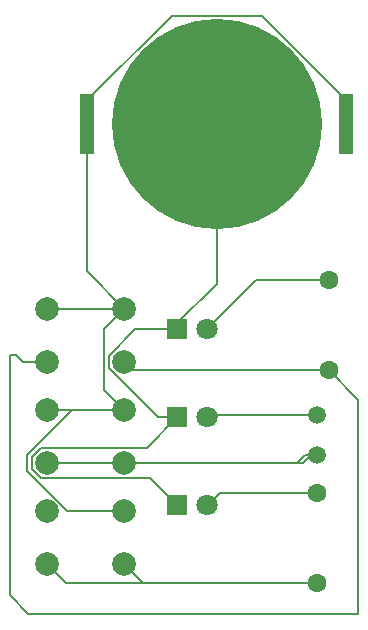
<source format=gbr>
%TF.GenerationSoftware,KiCad,Pcbnew,9.0.2*%
%TF.CreationDate,2025-06-18T19:46:59+03:00*%
%TF.ProjectId,solder_PCB,736f6c64-6572-45f5-9043-422e6b696361,rev?*%
%TF.SameCoordinates,Original*%
%TF.FileFunction,Copper,L1,Top*%
%TF.FilePolarity,Positive*%
%FSLAX46Y46*%
G04 Gerber Fmt 4.6, Leading zero omitted, Abs format (unit mm)*
G04 Created by KiCad (PCBNEW 9.0.2) date 2025-06-18 19:46:59*
%MOMM*%
%LPD*%
G01*
G04 APERTURE LIST*
%TA.AperFunction,ComponentPad*%
%ADD10R,1.800000X1.800000*%
%TD*%
%TA.AperFunction,ComponentPad*%
%ADD11C,1.800000*%
%TD*%
%TA.AperFunction,ComponentPad*%
%ADD12C,2.000000*%
%TD*%
%TA.AperFunction,SMDPad,CuDef*%
%ADD13C,17.800000*%
%TD*%
%TA.AperFunction,SMDPad,CuDef*%
%ADD14R,1.270000X5.080000*%
%TD*%
%TA.AperFunction,ComponentPad*%
%ADD15C,1.600000*%
%TD*%
%TA.AperFunction,ComponentPad*%
%ADD16C,1.500000*%
%TD*%
%TA.AperFunction,Conductor*%
%ADD17C,0.200000*%
%TD*%
G04 APERTURE END LIST*
D10*
%TO.P,D1,1,K*%
%TO.N,Net-(BT2--)*%
X150660000Y-103320000D03*
D11*
%TO.P,D1,2,A*%
%TO.N,Net-(D1-A)*%
X153200000Y-103320000D03*
%TD*%
D12*
%TO.P,SW1,1,1*%
%TO.N,Net-(BT2-+)*%
X139670000Y-101610000D03*
X146170000Y-101610000D03*
%TO.P,SW1,2,2*%
%TO.N,Net-(R6-Pad1)*%
X139670000Y-106110000D03*
X146170000Y-106110000D03*
%TD*%
D13*
%TO.P,BT2,2,-*%
%TO.N,Net-(BT2--)*%
X154000000Y-86000000D03*
D14*
%TO.P,BT2,1,+*%
%TO.N,Net-(BT2-+)*%
X164985000Y-86000000D03*
X143015000Y-86000000D03*
%TD*%
D11*
%TO.P,D2,2,A*%
%TO.N,Net-(D2-A)*%
X153200000Y-110790000D03*
D10*
%TO.P,D2,1,K*%
%TO.N,Net-(BT2--)*%
X150660000Y-110790000D03*
%TD*%
D12*
%TO.P,SW2,2,2*%
%TO.N,Net-(R1-Pad1)*%
X146170000Y-114660000D03*
X139670000Y-114660000D03*
%TO.P,SW2,1,1*%
%TO.N,Net-(BT2-+)*%
X146170000Y-110160000D03*
X139670000Y-110160000D03*
%TD*%
%TO.P,SW3,2,2*%
%TO.N,Net-(R8-Pad1)*%
X146170000Y-123210000D03*
X139670000Y-123210000D03*
%TO.P,SW3,1,1*%
%TO.N,Net-(BT2-+)*%
X146170000Y-118710000D03*
X139670000Y-118710000D03*
%TD*%
D15*
%TO.P,R6,2*%
%TO.N,Net-(D1-A)*%
X163500000Y-99190000D03*
%TO.P,R6,1*%
%TO.N,Net-(R6-Pad1)*%
X163500000Y-106810000D03*
%TD*%
%TO.P,R8,1*%
%TO.N,Net-(R8-Pad1)*%
X162500000Y-124810000D03*
%TO.P,R8,2*%
%TO.N,Net-(D3-A)*%
X162500000Y-117190000D03*
%TD*%
D16*
%TO.P,R1,1*%
%TO.N,Net-(R1-Pad1)*%
X162500000Y-114000000D03*
%TO.P,R1,2*%
%TO.N,Net-(D2-A)*%
X162500000Y-110600000D03*
%TD*%
D10*
%TO.P,D3,1,K*%
%TO.N,Net-(BT2--)*%
X150660000Y-118260000D03*
D11*
%TO.P,D3,2,A*%
%TO.N,Net-(D3-A)*%
X153200000Y-118260000D03*
%TD*%
D17*
%TO.N,Net-(BT2-+)*%
X141313008Y-118710000D02*
X146170000Y-118710000D01*
X137968000Y-115364992D02*
X141313008Y-118710000D01*
X141763008Y-110160000D02*
X137968000Y-113955008D01*
X146170000Y-110160000D02*
X141763008Y-110160000D01*
X137968000Y-113955008D02*
X137968000Y-115364992D01*
X146170000Y-110160000D02*
X139670000Y-110160000D01*
X144468000Y-108458000D02*
X146170000Y-110160000D01*
X144468000Y-103312000D02*
X144468000Y-108458000D01*
X146170000Y-101610000D02*
X144468000Y-103312000D01*
X164985000Y-83972821D02*
X164985000Y-86000000D01*
X150188821Y-76799000D02*
X157811179Y-76799000D01*
X157811179Y-76799000D02*
X164985000Y-83972821D01*
X143015000Y-83972821D02*
X150188821Y-76799000D01*
X143015000Y-86000000D02*
X143015000Y-83972821D01*
X143015000Y-98455000D02*
X143015000Y-86000000D01*
X146170000Y-101610000D02*
X143015000Y-98455000D01*
X146170000Y-101610000D02*
X139670000Y-101610000D01*
%TO.N,Net-(BT2--)*%
X154000000Y-99500000D02*
X154000000Y-86000000D01*
X150660000Y-102840000D02*
X154000000Y-99500000D01*
X150660000Y-103320000D02*
X150660000Y-102840000D01*
X149010108Y-110790000D02*
X150660000Y-110790000D01*
X144869000Y-105571108D02*
X144869000Y-106648892D01*
X147120108Y-103320000D02*
X144869000Y-105571108D01*
X150660000Y-103320000D02*
X147120108Y-103320000D01*
X144869000Y-106648892D02*
X149010108Y-110790000D01*
X148361000Y-115961000D02*
X150660000Y-118260000D01*
X139131108Y-115961000D02*
X148361000Y-115961000D01*
X138369000Y-114121108D02*
X138369000Y-115198892D01*
X139131108Y-113359000D02*
X138369000Y-114121108D01*
X148091000Y-113359000D02*
X139131108Y-113359000D01*
X138369000Y-115198892D02*
X139131108Y-115961000D01*
X150660000Y-110790000D02*
X148091000Y-113359000D01*
%TO.N,Net-(R1-Pad1)*%
X160840000Y-114660000D02*
X139670000Y-114660000D01*
X161500000Y-114000000D02*
X160840000Y-114660000D01*
X162500000Y-114000000D02*
X161500000Y-114000000D01*
X161340000Y-114660000D02*
X146170000Y-114660000D01*
X162000000Y-114000000D02*
X161340000Y-114660000D01*
X162500000Y-114000000D02*
X162000000Y-114000000D01*
%TO.N,Net-(D2-A)*%
X153390000Y-110600000D02*
X153200000Y-110790000D01*
X162500000Y-110600000D02*
X153390000Y-110600000D01*
%TO.N,Net-(D3-A)*%
X154270000Y-117190000D02*
X153200000Y-118260000D01*
X162500000Y-117190000D02*
X154270000Y-117190000D01*
%TO.N,Net-(R8-Pad1)*%
X146290000Y-123210000D02*
X146500000Y-123000000D01*
X146170000Y-123210000D02*
X146290000Y-123210000D01*
X141270000Y-124810000D02*
X139670000Y-123210000D01*
X162500000Y-124810000D02*
X141270000Y-124810000D01*
X147770000Y-124810000D02*
X146170000Y-123210000D01*
X162500000Y-124810000D02*
X147770000Y-124810000D01*
%TO.N,Net-(R6-Pad1)*%
X137000000Y-105500000D02*
X137610000Y-106110000D01*
X136500000Y-125884600D02*
X136500000Y-105500000D01*
X138053859Y-127438459D02*
X136500000Y-125884600D01*
X137610000Y-106110000D02*
X139670000Y-106110000D01*
X166000000Y-109310000D02*
X166000000Y-127438459D01*
X166000000Y-127438459D02*
X138053859Y-127438459D01*
X136500000Y-105500000D02*
X137000000Y-105500000D01*
X163500000Y-106810000D02*
X166000000Y-109310000D01*
X146870000Y-106810000D02*
X146170000Y-106110000D01*
X163500000Y-106810000D02*
X146870000Y-106810000D01*
%TO.N,Net-(D1-A)*%
X157330000Y-99190000D02*
X153200000Y-103320000D01*
X163500000Y-99190000D02*
X157330000Y-99190000D01*
%TD*%
M02*

</source>
